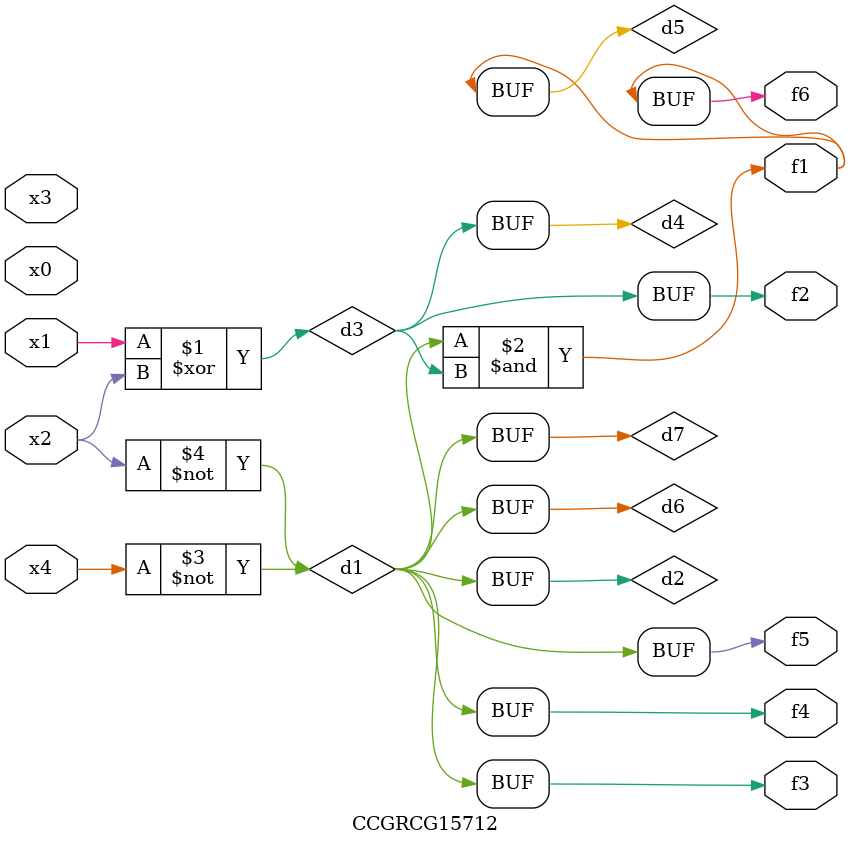
<source format=v>
module CCGRCG15712(
	input x0, x1, x2, x3, x4,
	output f1, f2, f3, f4, f5, f6
);

	wire d1, d2, d3, d4, d5, d6, d7;

	not (d1, x4);
	not (d2, x2);
	xor (d3, x1, x2);
	buf (d4, d3);
	and (d5, d1, d3);
	buf (d6, d1, d2);
	buf (d7, d2);
	assign f1 = d5;
	assign f2 = d4;
	assign f3 = d7;
	assign f4 = d7;
	assign f5 = d7;
	assign f6 = d5;
endmodule

</source>
